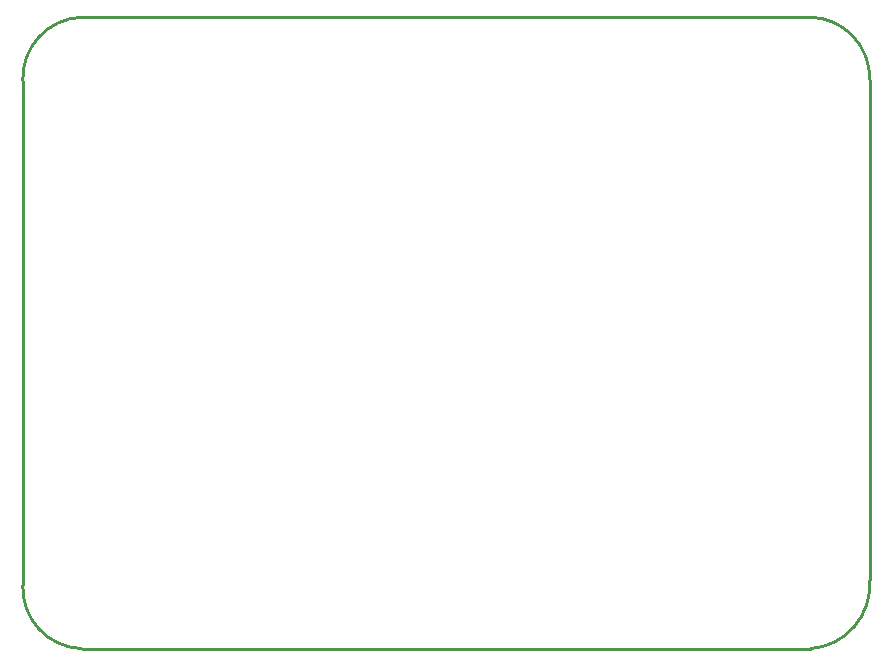
<source format=gm1>
G04*
G04 #@! TF.GenerationSoftware,Altium Limited,Altium Designer,20.1.10 (176)*
G04*
G04 Layer_Color=16711935*
%FSLAX25Y25*%
%MOIN*%
G70*
G04*
G04 #@! TF.SameCoordinates,3FE8EB72-B5E6-4F20-A0E2-AFB057232DD4*
G04*
G04*
G04 #@! TF.FilePolarity,Positive*
G04*
G01*
G75*
%ADD10C,0.01000*%
D10*
X282300Y189600D02*
G03*
X262600Y210500I-20300J600D01*
G01*
Y-0D02*
G03*
X282300Y22800I-1550J21250D01*
G01*
X0Y21100D02*
G03*
X19600Y0I20350J-750D01*
G01*
X19700Y210500D02*
G03*
X0Y189200I800J-20500D01*
G01*
X282300Y189600D02*
X282300Y22800D01*
X19700Y210500D02*
X262600D01*
X19600Y-0D02*
X262600D01*
X-0Y21100D02*
X-0Y189200D01*
M02*

</source>
